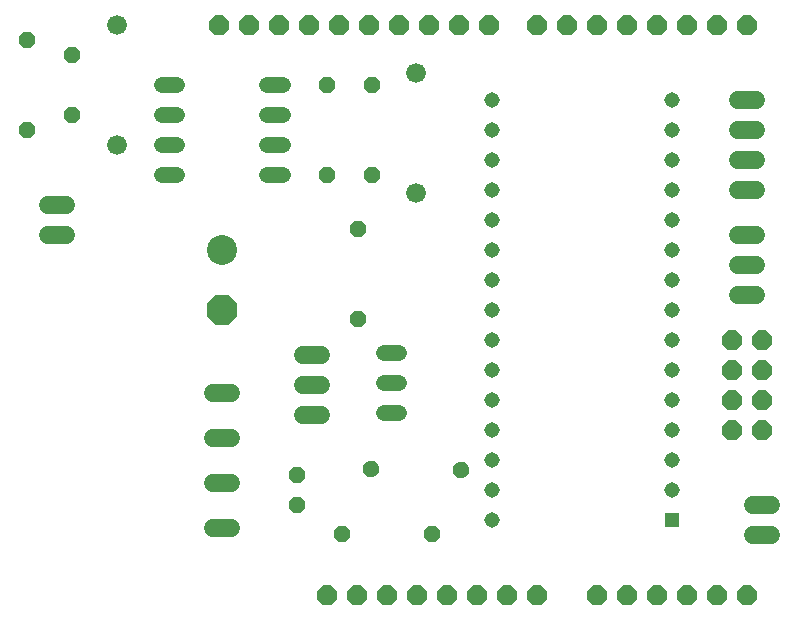
<source format=gbr>
G04 EAGLE Gerber RS-274X export*
G75*
%MOMM*%
%FSLAX34Y34*%
%LPD*%
%INBottom Copper*%
%IPPOS*%
%AMOC8*
5,1,8,0,0,1.08239X$1,22.5*%
G01*
%ADD10P,1.429621X8X112.500000*%
%ADD11P,1.429621X8X292.500000*%
%ADD12C,1.676400*%
%ADD13C,1.320800*%
%ADD14C,1.524000*%
%ADD15P,1.539592X8X292.500000*%
%ADD16C,2.540000*%
%ADD17P,2.749271X8X292.500000*%
%ADD18P,1.814519X8X112.500000*%
%ADD19P,1.429621X8X202.500000*%
%ADD20P,1.429621X8X382.000000*%
%ADD21P,1.814519X8X22.500000*%
%ADD22R,1.308000X1.308000*%
%ADD23C,1.308000*%


D10*
X279400Y381000D03*
X279400Y457200D03*
D11*
X25400Y495300D03*
X25400Y419100D03*
D12*
X101600Y406400D03*
X101600Y508000D03*
D13*
X327152Y230378D02*
X340360Y230378D01*
X340360Y179578D02*
X327152Y179578D01*
X327152Y204978D02*
X340360Y204978D01*
D10*
X317500Y381000D03*
X317500Y457200D03*
D14*
X274320Y177800D02*
X259080Y177800D01*
X259080Y203200D02*
X274320Y203200D01*
X274320Y228600D02*
X259080Y228600D01*
X198120Y82550D02*
X182880Y82550D01*
X182880Y120650D02*
X198120Y120650D01*
X198120Y158750D02*
X182880Y158750D01*
X182880Y196850D02*
X198120Y196850D01*
D15*
X254000Y127000D03*
X254000Y101600D03*
D16*
X190500Y317500D03*
D17*
X190500Y266700D03*
D11*
X63500Y482600D03*
X63500Y431800D03*
D12*
X354584Y366522D03*
X354584Y468122D03*
D18*
X647700Y165100D03*
X622300Y165100D03*
X647700Y190500D03*
X622300Y190500D03*
X647700Y215900D03*
X622300Y215900D03*
X647700Y241300D03*
X622300Y241300D03*
D14*
X640080Y76200D02*
X655320Y76200D01*
X655320Y101600D02*
X640080Y101600D01*
X642620Y330200D02*
X627380Y330200D01*
X627380Y304800D02*
X642620Y304800D01*
X642620Y279400D02*
X627380Y279400D01*
X58420Y355600D02*
X43180Y355600D01*
X43180Y330200D02*
X58420Y330200D01*
X627380Y368300D02*
X642620Y368300D01*
X642620Y393700D02*
X627380Y393700D01*
X627380Y419100D02*
X642620Y419100D01*
X642620Y444500D02*
X627380Y444500D01*
D13*
X152400Y457200D02*
X139192Y457200D01*
X139192Y431800D02*
X152400Y431800D01*
X228600Y431800D02*
X241808Y431800D01*
X241808Y457200D02*
X228600Y457200D01*
X152400Y406400D02*
X139192Y406400D01*
X139192Y381000D02*
X152400Y381000D01*
X228600Y406400D02*
X241808Y406400D01*
X241808Y381000D02*
X228600Y381000D01*
D11*
X305562Y336042D03*
X305562Y259842D03*
D19*
X367538Y77724D03*
X291338Y77724D03*
D20*
X315977Y132158D03*
X392175Y131494D03*
D21*
X533400Y508000D03*
X508000Y25400D03*
X558800Y508000D03*
X584200Y508000D03*
X609600Y508000D03*
X635000Y508000D03*
X508000Y508000D03*
X482600Y508000D03*
X457200Y508000D03*
X416560Y508000D03*
X391160Y508000D03*
X365760Y508000D03*
X340360Y508000D03*
X314960Y508000D03*
X289560Y508000D03*
X264160Y508000D03*
X238760Y508000D03*
X533400Y25400D03*
X558800Y25400D03*
X584200Y25400D03*
X609600Y25400D03*
X635000Y25400D03*
X457200Y25400D03*
X431800Y25400D03*
X406400Y25400D03*
X381000Y25400D03*
X355600Y25400D03*
X330200Y25400D03*
X213360Y508000D03*
X187960Y508000D03*
X304800Y25400D03*
X279400Y25400D03*
D22*
X571500Y88900D03*
D23*
X571500Y114300D03*
X571500Y139700D03*
X571500Y165100D03*
X571500Y190500D03*
X571500Y215900D03*
X571500Y241300D03*
X571500Y266700D03*
X571500Y292100D03*
X571500Y317500D03*
X571500Y342900D03*
X571500Y368300D03*
X571500Y393700D03*
X571500Y419100D03*
X571500Y444500D03*
X419100Y444500D03*
X419100Y419100D03*
X419100Y393700D03*
X419100Y368300D03*
X419100Y342900D03*
X419100Y317500D03*
X419100Y292100D03*
X419100Y266700D03*
X419100Y241300D03*
X419100Y215900D03*
X419100Y190500D03*
X419100Y165100D03*
X419100Y139700D03*
X419100Y114300D03*
X419100Y88900D03*
M02*

</source>
